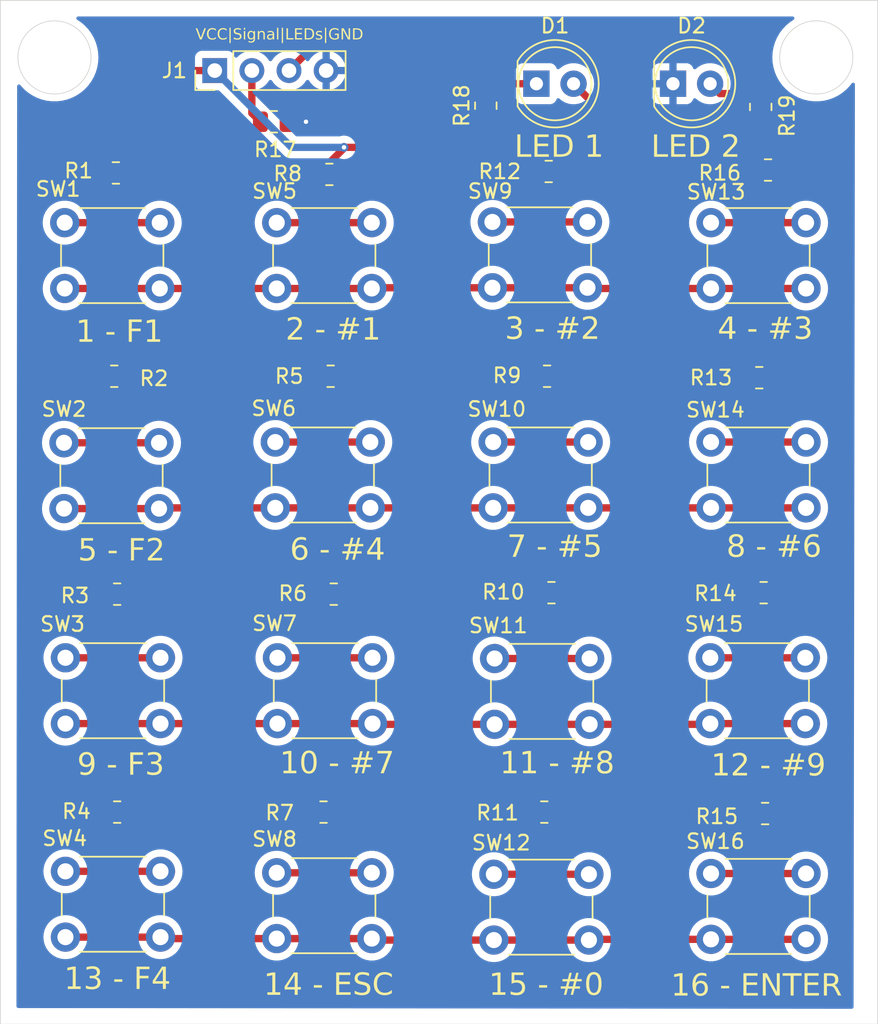
<source format=kicad_pcb>
(kicad_pcb (version 20240108) (generator "pcbnew") (generator_version "8.0")
  (layers (0 "F.Cu" signal) (31 "B.Cu" signal) (34 "B.Paste" user) (35 "F.Paste" user) (36 "B.SilkS" user "B.Silkscreen") (37 "F.SilkS" user "F.Silkscreen") (38 "B.Mask" user) (39 "F.Mask" user) (44 "Edge.Cuts" user))
  (net 0 "")
  (net 1 "VCC")
  (net 2 "Net-(D1-K)")
  (net 3 "GND")
  (net 4 "Net-(D2-A)")
  (net 5 "Signal")
  (net 6 "LEDs")
  (net 7 "Net-(R1-Pad2)")
  (net 8 "Net-(R2-Pad2)")
  (net 9 "Net-(R3-Pad2)")
  (net 10 "Net-(R4-Pad2)")
  (net 11 "Net-(R5-Pad2)")
  (net 12 "Net-(R6-Pad2)")
  (net 13 "Net-(R7-Pad2)")
  (net 14 "Net-(R8-Pad2)")
  (net 15 "Net-(R9-Pad2)")
  (net 16 "Net-(R10-Pad2)")
  (net 17 "Net-(R11-Pad2)")
  (net 18 "Net-(R12-Pad2)")
  (net 19 "Net-(R13-Pad2)")
  (net 20 "Net-(R14-Pad2)")
  (net 21 "Net-(R15-Pad2)")
  (net 22 "Net-(R16-Pad2)")
  (footprint "Button_Switch_THT:SW_PUSH_6mm" (layer "F.Cu") (at 98.8 49.6)
    (property "Reference" "SW1" (at -0.45 -2.3 0) (layer "F.SilkS"))
    (property "Value" "SW_Push_Dual" (hide yes))
    (fp_line (start -0.25 1.5) (end -0.25 3) (stroke (width 0.12)) (layer "F.SilkS"))
    (fp_line (start 1 5.5) (end 5.5 5.5) (stroke (width 0.12)) (layer "F.SilkS"))
    (fp_line (start 5.5 -1) (end 1 -1) (stroke (width 0.12)) (layer "F.SilkS"))
    (fp_line (start 6.75 3) (end 6.75 1.5) (stroke (width 0.12)) (layer "F.SilkS"))
    (pad "1" thru_hole circle (at 0 0 90) (size 2 2) (drill 1.1) (layers "*.Cu" "*.Mask") (net 7 "Net-(R1-Pad2)"))
    (pad "1" thru_hole circle (at 6.5 0 90) (size 2 2) (drill 1.1) (layers "*.Cu" "*.Mask") (net 7 "Net-(R1-Pad2)"))
    (pad "2" thru_hole circle (at 0 4.5 90) (size 2 2) (drill 1.1) (layers "*.Cu" "*.Mask") (net 5 "Signal"))
    (pad "2" thru_hole circle (at 6.5 4.5 90) (size 2 2) (drill 1.1) (layers "*.Cu" "*.Mask") (net 5 "Signal"))
  )
  (footprint "Button_Switch_THT:SW_PUSH_6mm" (layer "F.Cu") (at 128.2 79.4)
    (property "Reference" "SW11" (at 0.25 -2.25 0) (layer "F.SilkS"))
    (property "Value" "SW_Push_Dual" (hide yes))
    (fp_line (start -0.25 1.5) (end -0.25 3) (stroke (width 0.12)) (layer "F.SilkS"))
    (fp_line (start 1 5.5) (end 5.5 5.5) (stroke (width 0.12)) (layer "F.SilkS"))
    (fp_line (start 5.5 -1) (end 1 -1) (stroke (width 0.12)) (layer "F.SilkS"))
    (fp_line (start 6.75 3) (end 6.75 1.5) (stroke (width 0.12)) (layer "F.SilkS"))
    (pad "1" thru_hole circle (at 0 0 90) (size 2 2) (drill 1.1) (layers "*.Cu" "*.Mask") (net 16 "Net-(R10-Pad2)"))
    (pad "1" thru_hole circle (at 6.5 0 90) (size 2 2) (drill 1.1) (layers "*.Cu" "*.Mask") (net 16 "Net-(R10-Pad2)"))
    (pad "2" thru_hole circle (at 0 4.5 90) (size 2 2) (drill 1.1) (layers "*.Cu" "*.Mask") (net 5 "Signal"))
    (pad "2" thru_hole circle (at 6.5 4.5 90) (size 2 2) (drill 1.1) (layers "*.Cu" "*.Mask") (net 5 "Signal"))
  )
  (footprint "Resistor_SMD:R_0805_2012Metric" (layer "F.Cu") (at 102.1875 60.1)
    (property "Reference" "R2" (at 2.7125 0.15 0) (layer "F.SilkS"))
    (property "Value" "10k" (hide yes))
    (fp_line (start -0.227064 -0.735) (end 0.227064 -0.735) (stroke (width 0.12)) (layer "F.SilkS"))
    (fp_line (start -0.227064 0.735) (end 0.227064 0.735) (stroke (width 0.12)) (layer "F.SilkS"))
    (pad "1" smd roundrect (at -0.9125 0) (size 1.025 1.4) (layers "F.Cu" "F.Paste" "F.Mask") (roundrect_rratio 0.243902) (net 1 "VCC"))
    (pad "2" smd roundrect (at 0.9125 0) (size 1.025 1.4) (layers "F.Cu" "F.Paste" "F.Mask") (roundrect_rratio 0.243902) (net 8 "Net-(R2-Pad2)"))
  )
  (footprint "Resistor_SMD:R_0805_2012Metric" (layer "F.Cu") (at 102.3875 75)
    (property "Reference" "R3" (at -2.8875 0.1 0) (layer "F.SilkS"))
    (property "Value" "39k" (hide yes))
    (fp_line (start -0.227064 -0.735) (end 0.227064 -0.735) (stroke (width 0.12)) (layer "F.SilkS"))
    (fp_line (start -0.227064 0.735) (end 0.227064 0.735) (stroke (width 0.12)) (layer "F.SilkS"))
    (pad "1" smd roundrect (at -0.9125 0) (size 1.025 1.4) (layers "F.Cu" "F.Paste" "F.Mask") (roundrect_rratio 0.243902) (net 1 "VCC"))
    (pad "2" smd roundrect (at 0.9125 0) (size 1.025 1.4) (layers "F.Cu" "F.Paste" "F.Mask") (roundrect_rratio 0.243902) (net 9 "Net-(R3-Pad2)"))
  )
  (footprint "Connector_PinHeader_2.54mm:PinHeader_1x04_P2.54mm_Vertical" (layer "F.Cu") (at 109.06 39.2 90)
    (property "Reference" "J1" (at 0 -2.76 0) (layer "F.SilkS"))
    (property "Value" "Conn_01x04_Pin" (hide yes))
    (fp_line (start -1.33 -1.33) (end 0 -1.33) (stroke (width 0.12)) (layer "F.SilkS"))
    (fp_line (start -1.33 0) (end -1.33 -1.33) (stroke (width 0.12)) (layer "F.SilkS"))
    (fp_line (start 1.33 1.27) (end 1.33 8.95) (stroke (width 0.12)) (layer "F.SilkS"))
    (fp_line (start -1.33 1.27) (end 1.33 1.27) (stroke (width 0.12)) (layer "F.SilkS"))
    (fp_line (start -1.33 1.27) (end -1.33 8.95) (stroke (width 0.12)) (layer "F.SilkS"))
    (fp_line (start -1.33 8.95) (end 1.33 8.95) (stroke (width 0.12)) (layer "F.SilkS"))
    (pad "1" thru_hole rect (at 0 0 90) (size 1.7 1.7) (drill 1) (layers "*.Cu" "*.Mask") (net 1 "VCC"))
    (pad "2" thru_hole oval (at 0 2.54 90) (size 1.7 1.7) (drill 1) (layers "*.Cu" "*.Mask") (net 5 "Signal"))
    (pad "3" thru_hole oval (at 0 5.08 90) (size 1.7 1.7) (drill 1) (layers "*.Cu" "*.Mask") (net 6 "LEDs"))
    (pad "4" thru_hole oval (at 0 7.62 90) (size 1.7 1.7) (drill 1) (layers "*.Cu" "*.Mask") (net 3 "GND"))
  )
  (footprint "Resistor_SMD:R_0805_2012Metric" (layer "F.Cu") (at 116.9 46.3)
    (property "Reference" "R8" (at -2.85 -0.05 0) (layer "F.SilkS"))
    (property "Value" "4k7" (hide yes))
    (fp_line (start -0.227064 -0.735) (end 0.227064 -0.735) (stroke (width 0.12)) (layer "F.SilkS"))
    (fp_line (start -0.227064 0.735) (end 0.227064 0.735) (stroke (width 0.12)) (layer "F.SilkS"))
    (pad "1" smd roundrect (at -0.9125 0) (size 1.025 1.4) (layers "F.Cu" "F.Paste" "F.Mask") (roundrect_rratio 0.243902) (net 1 "VCC"))
    (pad "2" smd roundrect (at 0.9125 0) (size 1.025 1.4) (layers "F.Cu" "F.Paste" "F.Mask") (roundrect_rratio 0.243902) (net 14 "Net-(R8-Pad2)"))
  )
  (footprint "Button_Switch_THT:SW_PUSH_6mm" (layer "F.Cu") (at 98.85 93.95)
    (property "Reference" "SW4" (at -0.05 -2.25 0) (layer "F.SilkS"))
    (property "Value" "SW_Push_Dual" (hide yes))
    (fp_line (start -0.25 1.5) (end -0.25 3) (stroke (width 0.12)) (layer "F.SilkS"))
    (fp_line (start 1 5.5) (end 5.5 5.5) (stroke (width 0.12)) (layer "F.SilkS"))
    (fp_line (start 5.5 -1) (end 1 -1) (stroke (width 0.12)) (layer "F.SilkS"))
    (fp_line (start 6.75 3) (end 6.75 1.5) (stroke (width 0.12)) (layer "F.SilkS"))
    (pad "1" thru_hole circle (at 0 0 90) (size 2 2) (drill 1.1) (layers "*.Cu" "*.Mask") (net 10 "Net-(R4-Pad2)"))
    (pad "1" thru_hole circle (at 6.5 0 90) (size 2 2) (drill 1.1) (layers "*.Cu" "*.Mask") (net 10 "Net-(R4-Pad2)"))
    (pad "2" thru_hole circle (at 0 4.5 90) (size 2 2) (drill 1.1) (layers "*.Cu" "*.Mask") (net 5 "Signal"))
    (pad "2" thru_hole circle (at 6.5 4.5 90) (size 2 2) (drill 1.1) (layers "*.Cu" "*.Mask") (net 5 "Signal"))
  )
  (footprint "Button_Switch_THT:SW_PUSH_6mm" (layer "F.Cu") (at 142.95 79.35)
    (property "Reference" "SW15" (at 0.25 -2.3 0) (layer "F.SilkS"))
    (property "Value" "SW_Push_Dual" (hide yes))
    (fp_line (start -0.25 1.5) (end -0.25 3) (stroke (width 0.12)) (layer "F.SilkS"))
    (fp_line (start 1 5.5) (end 5.5 5.5) (stroke (width 0.12)) (layer "F.SilkS"))
    (fp_line (start 5.5 -1) (end 1 -1) (stroke (width 0.12)) (layer "F.SilkS"))
    (fp_line (start 6.75 3) (end 6.75 1.5) (stroke (width 0.12)) (layer "F.SilkS"))
    (pad "1" thru_hole circle (at 0 0 90) (size 2 2) (drill 1.1) (layers "*.Cu" "*.Mask") (net 20 "Net-(R14-Pad2)"))
    (pad "1" thru_hole circle (at 6.5 0 90) (size 2 2) (drill 1.1) (layers "*.Cu" "*.Mask") (net 20 "Net-(R14-Pad2)"))
    (pad "2" thru_hole circle (at 0 4.5 90) (size 2 2) (drill 1.1) (layers "*.Cu" "*.Mask") (net 5 "Signal"))
    (pad "2" thru_hole circle (at 6.5 4.5 90) (size 2 2) (drill 1.1) (layers "*.Cu" "*.Mask") (net 5 "Signal"))
  )
  (footprint "Resistor_SMD:R_0805_2012Metric" (layer "F.Cu") (at 146.7 90)
    (property "Reference" "R15" (at -3.3 0.2 0) (layer "F.SilkS"))
    (property "Value" "133k" (hide yes))
    (fp_line (start -0.227064 -0.735) (end 0.227064 -0.735) (stroke (width 0.12)) (layer "F.SilkS"))
    (fp_line (start -0.227064 0.735) (end 0.227064 0.735) (stroke (width 0.12)) (layer "F.SilkS"))
    (pad "1" smd roundrect (at -0.9125 0) (size 1.025 1.4) (layers "F.Cu" "F.Paste" "F.Mask") (roundrect_rratio 0.243902) (net 1 "VCC"))
    (pad "2" smd roundrect (at 0.9125 0) (size 1.025 1.4) (layers "F.Cu" "F.Paste" "F.Mask") (roundrect_rratio 0.243902) (net 21 "Net-(R15-Pad2)"))
  )
  (footprint "LED_THT:LED_D5.0mm_Clear" (layer "F.Cu") (at 140.4 40.1)
    (property "Reference" "D2" (at 1.27 -3.96 0) (layer "F.SilkS"))
    (property "Value" "LED" (hide yes))
    (fp_line (start -1.29 -1.545) (end -1.29 1.545) (stroke (width 0.12)) (layer "F.SilkS"))
    (fp_arc (start -1.29 -1.54483) (mid 2.072002 -2.880433) (end 4.26 0.000462) (stroke (width 0.12)) (layer "F.SilkS"))
    (fp_arc (start 4.26 -0.000462) (mid 2.072002 2.880433) (end -1.29 1.54483) (stroke (width 0.12)) (layer "F.SilkS"))
    (fp_circle (center 1.27 0) (end 3.77 0) (stroke (width 0.12)) (fill none) (layer "F.SilkS"))
    (pad "1" thru_hole rect (at 0 0) (size 1.8 1.8) (drill 0.9) (layers "*.Cu" "*.Mask") (net 3 "GND"))
    (pad "2" thru_hole circle (at 2.54 0) (size 1.8 1.8) (drill 0.9) (layers "*.Cu" "*.Mask") (net 4 "Net-(D2-A)"))
  )
  (footprint "Button_Switch_THT:SW_PUSH_6mm" (layer "F.Cu") (at 113.35 79.35)
    (property "Reference" "SW7" (at -0.2 -2.35 0) (layer "F.SilkS"))
    (property "Value" "SW_Push_Dual" (hide yes))
    (fp_line (start -0.25 1.5) (end -0.25 3) (stroke (width 0.12)) (layer "F.SilkS"))
    (fp_line (start 1 5.5) (end 5.5 5.5) (stroke (width 0.12)) (layer "F.SilkS"))
    (fp_line (start 5.5 -1) (end 1 -1) (stroke (width 0.12)) (layer "F.SilkS"))
    (fp_line (start 6.75 3) (end 6.75 1.5) (stroke (width 0.12)) (layer "F.SilkS"))
    (pad "1" thru_hole circle (at 0 0 90) (size 2 2) (drill 1.1) (layers "*.Cu" "*.Mask") (net 12 "Net-(R6-Pad2)"))
    (pad "1" thru_hole circle (at 6.5 0 90) (size 2 2) (drill 1.1) (layers "*.Cu" "*.Mask") (net 12 "Net-(R6-Pad2)"))
    (pad "2" thru_hole circle (at 0 4.5 90) (size 2 2) (drill 1.1) (layers "*.Cu" "*.Mask") (net 5 "Signal"))
    (pad "2" thru_hole circle (at 6.5 4.5 90) (size 2 2) (drill 1.1) (layers "*.Cu" "*.Mask") (net 5 "Signal"))
  )
  (footprint "Resistor_SMD:R_0805_2012Metric" (layer "F.Cu") (at 146.6 74.9)
    (property "Reference" "R14" (at -3.3 0.05 0) (layer "F.SilkS"))
    (property "Value" "68k" (hide yes))
    (fp_line (start -0.227064 -0.735) (end 0.227064 -0.735) (stroke (width 0.12)) (layer "F.SilkS"))
    (fp_line (start -0.227064 0.735) (end 0.227064 0.735) (stroke (width 0.12)) (layer "F.SilkS"))
    (pad "1" smd roundrect (at -0.9125 0) (size 1.025 1.4) (layers "F.Cu" "F.Paste" "F.Mask") (roundrect_rratio 0.243902) (net 1 "VCC"))
    (pad "2" smd roundrect (at 0.9125 0) (size 1.025 1.4) (layers "F.Cu" "F.Paste" "F.Mask") (roundrect_rratio 0.243902) (net 20 "Net-(R14-Pad2)"))
  )
  (footprint "Resistor_SMD:R_0805_2012Metric" (layer "F.Cu") (at 116.9875 60.1 180)
    (property "Reference" "R5" (at 2.8375 0 180) (layer "F.SilkS"))
    (property "Value" "15k" (hide yes))
    (fp_line (start -0.227064 0.735) (end 0.227064 0.735) (stroke (width 0.12)) (layer "F.SilkS"))
    (fp_line (start -0.227064 -0.735) (end 0.227064 -0.735) (stroke (width 0.12)) (layer "F.SilkS"))
    (pad "1" smd roundrect (at -0.9125 0 180) (size 1.025 1.4) (layers "F.Cu" "F.Paste" "F.Mask") (roundrect_rratio 0.243902) (net 1 "VCC"))
    (pad "2" smd roundrect (at 0.9125 0 180) (size 1.025 1.4) (layers "F.Cu" "F.Paste" "F.Mask") (roundrect_rratio 0.243902) (net 11 "Net-(R5-Pad2)"))
  )
  (footprint "Button_Switch_THT:SW_PUSH_6mm" (layer "F.Cu") (at 143 49.6)
    (property "Reference" "SW13" (at 0.35 -2.1 0) (layer "F.SilkS"))
    (property "Value" "SW_Push_Dual" (hide yes))
    (fp_line (start -0.25 1.5) (end -0.25 3) (stroke (width 0.12)) (layer "F.SilkS"))
    (fp_line (start 1 5.5) (end 5.5 5.5) (stroke (width 0.12)) (layer "F.SilkS"))
    (fp_line (start 5.5 -1) (end 1 -1) (stroke (width 0.12)) (layer "F.SilkS"))
    (fp_line (start 6.75 3) (end 6.75 1.5) (stroke (width 0.12)) (layer "F.SilkS"))
    (pad "1" thru_hole circle (at 0 0 90) (size 2 2) (drill 1.1) (layers "*.Cu" "*.Mask") (net 22 "Net-(R16-Pad2)"))
    (pad "1" thru_hole circle (at 6.5 0 90) (size 2 2) (drill 1.1) (layers "*.Cu" "*.Mask") (net 22 "Net-(R16-Pad2)"))
    (pad "2" thru_hole circle (at 0 4.5 90) (size 2 2) (drill 1.1) (layers "*.Cu" "*.Mask") (net 5 "Signal"))
    (pad "2" thru_hole circle (at 6.5 4.5 90) (size 2 2) (drill 1.1) (layers "*.Cu" "*.Mask") (net 5 "Signal"))
  )
  (footprint "Resistor_SMD:R_0805_2012Metric" (layer "F.Cu") (at 116.5 89.9)
    (property "Reference" "R7" (at -3 0.05 0) (layer "F.SilkS"))
    (property "Value" "100k" (hide yes))
    (fp_line (start -0.227064 -0.735) (end 0.227064 -0.735) (stroke (width 0.12)) (layer "F.SilkS"))
    (fp_line (start -0.227064 0.735) (end 0.227064 0.735) (stroke (width 0.12)) (layer "F.SilkS"))
    (pad "1" smd roundrect (at -0.9125 0) (size 1.025 1.4) (layers "F.Cu" "F.Paste" "F.Mask") (roundrect_rratio 0.243902) (net 1 "VCC"))
    (pad "2" smd roundrect (at 0.9125 0) (size 1.025 1.4) (layers "F.Cu" "F.Paste" "F.Mask") (roundrect_rratio 0.243902) (net 13 "Net-(R7-Pad2)"))
  )
  (footprint "Button_Switch_THT:SW_PUSH_6mm" (layer "F.Cu") (at 128.15 94.15)
    (property "Reference" "SW12" (at 0.5 -2.15 0) (layer "F.SilkS"))
    (property "Value" "SW_Push_Dual" (hide yes))
    (fp_line (start -0.25 1.5) (end -0.25 3) (stroke (width 0.12)) (layer "F.SilkS"))
    (fp_line (start 1 5.5) (end 5.5 5.5) (stroke (width 0.12)) (layer "F.SilkS"))
    (fp_line (start 5.5 -1) (end 1 -1) (stroke (width 0.12)) (layer "F.SilkS"))
    (fp_line (start 6.75 3) (end 6.75 1.5) (stroke (width 0.12)) (layer "F.SilkS"))
    (pad "1" thru_hole circle (at 0 0 90) (size 2 2) (drill 1.1) (layers "*.Cu" "*.Mask") (net 17 "Net-(R11-Pad2)"))
    (pad "1" thru_hole circle (at 6.5 0 90) (size 2 2) (drill 1.1) (layers "*.Cu" "*.Mask") (net 17 "Net-(R11-Pad2)"))
    (pad "2" thru_hole circle (at 0 4.5 90) (size 2 2) (drill 1.1) (layers "*.Cu" "*.Mask") (net 5 "Signal"))
    (pad "2" thru_hole circle (at 6.5 4.5 90) (size 2 2) (drill 1.1) (layers "*.Cu" "*.Mask") (net 5 "Signal"))
  )
  (footprint "Resistor_SMD:R_0805_2012Metric" (layer "F.Cu") (at 146.4 41.6875 -90)
    (property "Reference" "R19" (at 0.6125 -1.8 90) (layer "F.SilkS"))
    (property "Value" "2k2" (hide yes))
    (fp_line (start -0.227064 0.735) (end 0.227064 0.735) (stroke (width 0.12)) (layer "F.SilkS"))
    (fp_line (start -0.227064 -0.735) (end 0.227064 -0.735) (stroke (width 0.12)) (layer "F.SilkS"))
    (pad "1" smd roundrect (at -0.9125 0 270) (size 1.025 1.4) (layers "F.Cu" "F.Paste" "F.Mask") (roundrect_rratio 0.243902) (net 4 "Net-(D2-A)"))
    (pad "2" smd roundrect (at 0.9125 0 270) (size 1.025 1.4) (layers "F.Cu" "F.Paste" "F.Mask") (roundrect_rratio 0.243902) (net 6 "LEDs"))
  )
  (footprint "Resistor_SMD:R_0805_2012Metric" (layer "F.Cu") (at 131.9 46.1)
    (property "Reference" "R12" (at -3.35 0 0) (layer "F.SilkS"))
    (property "Value" "6k8" (hide yes))
    (fp_line (start -0.227064 -0.735) (end 0.227064 -0.735) (stroke (width 0.12)) (layer "F.SilkS"))
    (fp_line (start -0.227064 0.735) (end 0.227064 0.735) (stroke (width 0.12)) (layer "F.SilkS"))
    (pad "1" smd roundrect (at -0.9125 0) (size 1.025 1.4) (layers "F.Cu" "F.Paste" "F.Mask") (roundrect_rratio 0.243902) (net 1 "VCC"))
    (pad "2" smd roundrect (at 0.9125 0) (size 1.025 1.4) (layers "F.Cu" "F.Paste" "F.Mask") (roundrect_rratio 0.243902) (net 18 "Net-(R12-Pad2)"))
  )
  (footprint "Button_Switch_THT:SW_PUSH_6mm" (layer "F.Cu") (at 98.85 79.35)
    (property "Reference" "SW3" (at -0.2 -2.3 0) (layer "F.SilkS"))
    (property "Value" "SW_Push_Dual" (hide yes))
    (fp_line (start -0.25 1.5) (end -0.25 3) (stroke (width 0.12)) (layer "F.SilkS"))
    (fp_line (start 1 5.5) (end 5.5 5.5) (stroke (width 0.12)) (layer "F.SilkS"))
    (fp_line (start 5.5 -1) (end 1 -1) (stroke (width 0.12)) (layer "F.SilkS"))
    (fp_line (start 6.75 3) (end 6.75 1.5) (stroke (width 0.12)) (layer "F.SilkS"))
    (pad "1" thru_hole circle (at 0 0 90) (size 2 2) (drill 1.1) (layers "*.Cu" "*.Mask") (net 9 "Net-(R3-Pad2)"))
    (pad "1" thru_hole circle (at 6.5 0 90) (size 2 2) (drill 1.1) (layers "*.Cu" "*.Mask") (net 9 "Net-(R3-Pad2)"))
    (pad "2" thru_hole circle (at 0 4.5 90) (size 2 2) (drill 1.1) (layers "*.Cu" "*.Mask") (net 5 "Signal"))
    (pad "2" thru_hole circle (at 6.5 4.5 90) (size 2 2) (drill 1.1) (layers "*.Cu" "*.Mask") (net 5 "Signal"))
  )
  (footprint "Button_Switch_THT:SW_PUSH_6mm" (layer "F.Cu") (at 128.1 64.6)
    (property "Reference" "SW10" (at 0.25 -2.25 0) (layer "F.SilkS"))
    (property "Value" "SW_Push_Dual" (hide yes))
    (fp_line (start -0.25 1.5) (end -0.25 3) (stroke (width 0.12)) (layer "F.SilkS"))
    (fp_line (start 1 5.5) (end 5.5 5.5) (stroke (width 0.12)) (layer "F.SilkS"))
    (fp_line (start 5.5 -1) (end 1 -1) (stroke (width 0.12)) (layer "F.SilkS"))
    (fp_line (start 6.75 3) (end 6.75 1.5) (stroke (width 0.12)) (layer "F.SilkS"))
    (pad "1" thru_hole circle (at 0 0 90) (size 2 2) (drill 1.1) (layers "*.Cu" "*.Mask") (net 15 "Net-(R9-Pad2)"))
    (pad "1" thru_hole circle (at 6.5 0 90) (size 2 2) (drill 1.1) (layers "*.Cu" "*.Mask") (net 15 "Net-(R9-Pad2)"))
    (pad "2" thru_hole circle (at 0 4.5 90) (size 2 2) (drill 1.1) (layers "*.Cu" "*.Mask") (net 5 "Signal"))
    (pad "2" thru_hole circle (at 6.5 4.5 90) (size 2 2) (drill 1.1) (layers "*.Cu" "*.Mask") (net 5 "Signal"))
  )
  (footprint "Resistor_SMD:R_0805_2012Metric" (layer "F.Cu") (at 113.1 42.7)
    (property "Reference" "R17" (at 0.1 1.9 0) (layer "F.SilkS"))
    (property "Value" "47k" (hide yes))
    (fp_line (start -0.227064 -0.735) (end 0.227064 -0.735) (stroke (width 0.12)) (layer "F.SilkS"))
    (fp_line (start -0.227064 0.735) (end 0.227064 0.735) (stroke (width 0.12)) (layer "F.SilkS"))
    (pad "1" smd roundrect (at -0.9125 0) (size 1.025 1.4) (layers "F.Cu" "F.Paste" "F.Mask") (roundrect_rratio 0.243902) (net 5 "Signal"))
    (pad "2" smd roundrect (at 0.9125 0) (size 1.025 1.4) (layers "F.Cu" "F.Paste" "F.Mask") (roundrect_rratio 0.243902) (net 3 "GND"))
  )
  (footprint "Button_Switch_THT:SW_PUSH_6mm" (layer "F.Cu") (at 113.2 64.6)
    (property "Reference" "SW6" (at -0.1 -2.3 0) (layer "F.SilkS"))
    (property "Value" "SW_Push_Dual" (hide yes))
    (fp_line (start -0.25 1.5) (end -0.25 3) (stroke (width 0.12)) (layer "F.SilkS"))
    (fp_line (start 1 5.5) (end 5.5 5.5) (stroke (width 0.12)) (layer "F.SilkS"))
    (fp_line (start 5.5 -1) (end 1 -1) (stroke (width 0.12)) (layer "F.SilkS"))
    (fp_line (start 6.75 3) (end 6.75 1.5) (stroke (width 0.12)) (layer "F.SilkS"))
    (pad "1" thru_hole circle (at 0 0 90) (size 2 2) (drill 1.1) (layers "*.Cu" "*.Mask") (net 11 "Net-(R5-Pad2)"))
    (pad "1" thru_hole circle (at 6.5 0 90) (size 2 2) (drill 1.1) (layers "*.Cu" "*.Mask") (net 11 "Net-(R5-Pad2)"))
    (pad "2" thru_hole circle (at 0 4.5 90) (size 2 2) (drill 1.1) (layers "*.Cu" "*.Mask") (net 5 "Signal"))
    (pad "2" thru_hole circle (at 6.5 4.5 90) (size 2 2) (drill 1.1) (layers "*.Cu" "*.Mask") (net 5 "Signal"))
  )
  (footprint "Button_Switch_THT:SW_PUSH_6mm" (layer "F.Cu") (at 98.75 64.65)
    (property "Reference" "SW2" (at 0 -2.3 0) (layer "F.SilkS"))
    (property "Value" "SW_Push_Dual" (hide yes))
    (fp_line (start -0.25 1.5) (end -0.25 3) (stroke (width 0.12)) (layer "F.SilkS"))
    (fp_line (start 1 5.5) (end 5.5 5.5) (stroke (width 0.12)) (layer "F.SilkS"))
    (fp_line (start 5.5 -1) (end 1 -1) (stroke (width 0.12)) (layer "F.SilkS"))
    (fp_line (start 6.75 3) (end 6.75 1.5) (stroke (width 0.12)) (layer "F.SilkS"))
    (pad "1" thru_hole circle (at 0 0 90) (size 2 2) (drill 1.1) (layers "*.Cu" "*.Mask") (net 8 "Net-(R2-Pad2)"))
    (pad "1" thru_hole circle (at 6.5 0 90) (size 2 2) (drill 1.1) (layers "*.Cu" "*.Mask") (net 8 "Net-(R2-Pad2)"))
    (pad "2" thru_hole circle (at 0 4.5 90) (size 2 2) (drill 1.1) (layers "*.Cu" "*.Mask") (net 5 "Signal"))
    (pad "2" thru_hole circle (at 6.5 4.5 90) (size 2 2) (drill 1.1) (layers "*.Cu" "*.Mask") (net 5 "Signal"))
  )
  (footprint "Button_Switch_THT:SW_PUSH_6mm" (layer "F.Cu") (at 128.05 49.55)
    (property "Reference" "SW9" (at -0.15 -2.1 0) (layer "F.SilkS"))
    (property "Value" "SW_Push_Dual" (hide yes))
    (fp_line (start -0.25 1.5) (end -0.25 3) (stroke (width 0.12)) (layer "F.SilkS"))
    (fp_line (start 1 5.5) (end 5.5 5.5) (stroke (width 0.12)) (layer "F.SilkS"))
    (fp_line (start 5.5 -1) (end 1 -1) (stroke (width 0.12)) (layer "F.SilkS"))
    (fp_line (start 6.75 3) (end 6.75 1.5) (stroke (width 0.12)) (layer "F.SilkS"))
    (pad "1" thru_hole circle (at 0 0 90) (size 2 2) (drill 1.1) (layers "*.Cu" "*.Mask") (net 18 "Net-(R12-Pad2)"))
    (pad "1" thru_hole circle (at 6.5 0 90) (size 2 2) (drill 1.1) (layers "*.Cu" "*.Mask") (net 18 "Net-(R12-Pad2)"))
    (pad "2" thru_hole circle (at 0 4.5 90) (size 2 2) (drill 1.1) (layers "*.Cu" "*.Mask") (net 5 "Signal"))
    (pad "2" thru_hole circle (at 6.5 4.5 90) (size 2 2) (drill 1.1) (layers "*.Cu" "*.Mask") (net 5 "Signal"))
  )
  (footprint "Button_Switch_THT:SW_PUSH_6mm" (layer "F.Cu") (at 143 94.1)
    (property "Reference" "SW16" (at 0.3 -2.2 0) (layer "F.SilkS"))
    (property "Value" "SW_Push_Dual" (hide yes))
    (fp_line (start -0.25 1.5) (end -0.25 3) (stroke (width 0.12)) (layer "F.SilkS"))
    (fp_line (start 1 5.5) (end 5.5 5.5) (stroke (width 0.12)) (layer "F.SilkS"))
    (fp_line (start 5.5 -1) (end 1 -1) (stroke (width 0.12)) (layer "F.SilkS"))
    (fp_line (start 6.75 3) (end 6.75 1.5) (stroke (width 0.12)) (layer "F.SilkS"))
    (pad "1" thru_hole circle (at 0 0 90) (size 2 2) (drill 1.1) (layers "*.Cu" "*.Mask") (net 21 "Net-(R15-Pad2)"))
    (pad "1" thru_hole circle (at 6.5 0 90) (size 2 2) (drill 1.1) (layers "*.Cu" "*.Mask") (net 21 "Net-(R15-Pad2)"))
    (pad "2" thru_hole circle (at 0 4.5 90) (size 2 2) (drill 1.1) (layers "*.Cu" "*.Mask") (net 5 "Signal"))
    (pad "2" thru_hole circle (at 6.5 4.5 90) (size 2 2) (drill 1.1) (layers "*.Cu" "*.Mask") (net 5 "Signal"))
  )
  (footprint "Resistor_SMD:R_0805_2012Metric" (layer "F.Cu") (at 132.0875 74.9)
    (property "Reference" "R10" (at -3.2875 -0.05 0) (layer "F.SilkS"))
    (property "Value" "56k" (hide yes))
    (fp_line (start -0.227064 -0.735) (end 0.227064 -0.735) (stroke (width 0.12)) (layer "F.SilkS"))
    (fp_line (start -0.227064 0.735) (end 0.227064 0.735) (stroke (width 0.12)) (layer "F.SilkS"))
    (pad "1" smd roundrect (at -0.9125 0) (size 1.025 1.4) (layers "F.Cu" "F.Paste" "F.Mask") (roundrect_rratio 0.243902) (net 1 "VCC"))
    (pad "2" smd roundrect (at 0.9125 0) (size 1.025 1.4) (layers "F.Cu" "F.Paste" "F.Mask") (roundrect_rratio 0.243902) (net 16 "Net-(R10-Pad2)"))
  )
  (footprint "Resistor_SMD:R_0805_2012Metric" (layer "F.Cu") (at 117.2 75)
    (property "Reference" "R6" (at -2.8 -0.05 0) (layer "F.SilkS"))
    (property "Value" "47k" (hide yes))
    (fp_line (start -0.227064 -0.735) (end 0.227064 -0.735) (stroke (width 0.12)) (layer "F.SilkS"))
    (fp_line (start -0.227064 0.735) (end 0.227064 0.735) (stroke (width 0.12)) (layer "F.SilkS"))
    (pad "1" smd roundrect (at -0.9125 0) (size 1.025 1.4) (layers "F.Cu" "F.Paste" "F.Mask") (roundrect_rratio 0.243902) (net 1 "VCC"))
    (pad "2" smd roundrect (at 0.9125 0) (size 1.025 1.4) (layers "F.Cu" "F.Paste" "F.Mask") (roundrect_rratio 0.243902) (net 12 "Net-(R6-Pad2)"))
  )
  (footprint "Resistor_SMD:R_0805_2012Metric" (layer "F.Cu") (at 102.3875 89.9)
    (property "Reference" "R4" (at -2.7875 -0.05 0) (layer "F.SilkS"))
    (property "Value" "82k" (hide yes))
    (fp_line (start -0.227064 -0.735) (end 0.227064 -0.735) (stroke (width 0.12)) (layer "F.SilkS"))
    (fp_line (start -0.227064 0.735) (end 0.227064 0.735) (stroke (width 0.12)) (layer "F.SilkS"))
    (pad "1" smd roundrect (at -0.9125 0) (size 1.025 1.4) (layers "F.Cu" "F.Paste" "F.Mask") (roundrect_rratio 0.243902) (net 1 "VCC"))
    (pad "2" smd roundrect (at 0.9125 0) (size 1.025 1.4) (layers "F.Cu" "F.Paste" "F.Mask") (roundrect_rratio 0.243902) (net 10 "Net-(R4-Pad2)"))
  )
  (footprint "Button_Switch_THT:SW_PUSH_6mm" (layer "F.Cu") (at 143 64.6)
    (property "Reference" "SW14" (at 0.3 -2.2 0) (layer "F.SilkS"))
    (property "Value" "SW_Push_Dual" (hide yes))
    (fp_line (start -0.25 1.5) (end -0.25 3) (stroke (width 0.12)) (layer "F.SilkS"))
    (fp_line (start 1 5.5) (end 5.5 5.5) (stroke (width 0.12)) (layer "F.SilkS"))
    (fp_line (start 5.5 -1) (end 1 -1) (stroke (width 0.12)) (layer "F.SilkS"))
    (fp_line (start 6.75 3) (end 6.75 1.5) (stroke (width 0.12)) (layer "F.SilkS"))
    (pad "1" thru_hole circle (at 0 0 90) (size 2 2) (drill 1.1) (layers "*.Cu" "*.Mask") (net 19 "Net-(R13-Pad2)"))
    (pad "1" thru_hole circle (at 6.5 0 90) (size 2 2) (drill 1.1) (layers "*.Cu" "*.Mask") (net 19 "Net-(R13-Pad2)"))
    (pad "2" thru_hole circle (at 0 4.5 90) (size 2 2) (drill 1.1) (layers "*.Cu" "*.Mask") (net 5 "Signal"))
    (pad "2" thru_hole circle (at 6.5 4.5 90) (size 2 2) (drill 1.1) (layers "*.Cu" "*.Mask") (net 5 "Signal"))
  )
  (footprint "Resistor_SMD:R_0805_2012Metric" (layer "F.Cu") (at 131.7875 60.1)
    (property "Reference" "R9" (at -2.7375 -0.05 0) (layer "F.SilkS"))
    (property "Value" "22k" (hide yes))
    (fp_line (start -0.227064 -0.735) (end 0.227064 -0.735) (stroke (width 0.12)) (layer "F.SilkS"))
    (fp_line (start -0.227064 0.735) (end 0.227064 0.735) (stroke (width 0.12)) (layer "F.SilkS"))
    (pad "1" smd roundrect (at -0.9125 0) (size 1.025 1.4) (layers "F.Cu" "F.Paste" "F.Mask") (roundrect_rratio 0.243902) (net 1 "VCC"))
    (pad "2" smd roundrect (at 0.9125 0) (size 1.025 1.4) (layers "F.Cu" "F.Paste" "F.Mask") (roundrect_rratio 0.243902) (net 15 "Net-(R9-Pad2)"))
  )
  (footprint "Button_Switch_THT:SW_PUSH_6mm" (layer "F.Cu") (at 113.3 49.6)
    (property "Reference" "SW5" (at -0.15 -2.15 0) (layer "F.SilkS"))
    (property "Value" "SW_Push_Dual" (hide yes))
    (fp_line (start -0.25 1.5) (end -0.25 3) (stroke (width 0.12)) (layer "F.SilkS"))
    (fp_line (start 1 5.5) (end 5.5 5.5) (stroke (width 0.12)) (layer "F.SilkS"))
    (fp_line (start 5.5 -1) (end 1 -1) (stroke (width 0.12)) (layer "F.SilkS"))
    (fp_line (start 6.75 3) (end 6.75 1.5) (stroke (width 0.12)) (layer "F.SilkS"))
    (pad "1" thru_hole circle (at 0 0 90) (size 2 2) (drill 1.1) (layers "*.Cu" "*.Mask") (net 14 "Net-(R8-Pad2)"))
    (pad "1" thru_hole circle (at 6.5 0 90) (size 2 2) (drill 1.1) (layers "*.Cu" "*.Mask") (net 14 "Net-(R8-Pad2)"))
    (pad "2" thru_hole circle (at 0 4.5 90) (size 2 2) (drill 1.1) (layers "*.Cu" "*.Mask") (net 5 "Signal"))
    (pad "2" thru_hole circle (at 6.5 4.5 90) (size 2 2) (drill 1.1) (layers "*.Cu" "*.Mask") (net 5 "Signal"))
  )
  (footprint "LED_THT:LED_D5.0mm_Clear" (layer "F.Cu") (at 131.06 40.1)
    (property "Reference" "D1" (at 1.27 -3.96 0) (layer "F.SilkS"))
    (property "Value" "LED" (hide yes))
    (fp_line (start -1.29 -1.545) (end -1.29 1.545) (stroke (width 0.12)) (layer "F.SilkS"))
    (fp_arc (start -1.29 -1.54483) (mid 2.072002 -2.880433) (end 4.26 0.000462) (stroke (width 0.12)) (layer "F.SilkS"))
    (fp_arc (start 4.26 -0.000462) (mid 2.072002 2.880433) (end -1.29 1.54483) (stroke (width 0.12)) (layer "F.SilkS"))
    (fp_circle (center 1.27 0) (end 3.77 0) (stroke (width 0.12)) (fill none) (layer "F.SilkS"))
    (pad "1" thru_hole rect (at 0 0) (size 1.8 1.8) (drill 0.9) (layers "*.Cu" "*.Mask") (net 2 "Net-(D1-K)"))
    (pad "2" thru_hole circle (at 2.54 0) (size 1.8 1.8) (drill 0.9) (layers "*.Cu" "*.Mask") (net 1 "VCC"))
  )
  (footprint "Resistor_SMD:R_0805_2012Metric" (layer "F.Cu") (at 146.9 46)
    (property "Reference" "R16" (at -3.3 0.2 0) (layer "F.SilkS"))
    (property "Value" "8k2" (hide yes))
    (fp_line (start -0.227064 -0.735) (end 0.227064 -0.735) (stroke (width 0.12)) (layer "F.SilkS"))
    (fp_line (start -0.227064 0.735) (end 0.227064 0.735) (stroke (width 0.12)) (layer "F.SilkS"))
    (pad "1" smd roundrect (at -0.9125 0) (size 1.025 1.4) (layers "F.Cu" "F.Paste" "F.Mask") (roundrect_rratio 0.243902) (net 1 "VCC"))
    (pad "2" smd roundrect (at 0.9125 0) (size 1.025 1.4) (layers "F.Cu" "F.Paste" "F.Mask") (roundrect_rratio 0.243902) (net 22 "Net-(R16-Pad2)"))
  )
  (footprint "Resistor_SMD:R_0805_2012Metric" (layer "F.Cu") (at 131.6 89.9)
    (property "Reference" "R11" (at -3.2 0.05 0) (layer "F.SilkS"))
    (property "Value" "120k" (hide yes))
    (fp_line (start -0.227064 -0.735) (end 0.227064 -0.735) (stroke (width 0.12)) (layer "F.SilkS"))
    (fp_line (start -0.227064 0.735) (end 0.227064 0.735) (stroke (width 0.12)) (layer "F.SilkS"))
    (pad "1" smd roundrect (at -0.9125 0) (size 1.025 1.4) (layers "F.Cu" "F.Paste" "F.Mask") (roundrect_rratio 0.243902) (net 1 "VCC"))
    (pad "2" smd roundrect (at 0.9125 0) (size 1.025 1.4) (layers "F.Cu" "F.Paste" "F.Mask") (roundrect_rratio 0.243902) (net 17 "Net-(R11-Pad2)"))
  )
  (footprint "Resistor_SMD:R_0805_2012Metric" (layer "F.Cu") (at 102.3 46.2)
    (property "Reference" "R1" (at -2.55 -0.15 0) (layer "F.SilkS"))
    (property "Value" "2k7" (hide yes))
    (fp_line (start -0.227064 -0.735) (end 0.227064 -0.735) (stroke (width 0.12)) (layer "F.SilkS"))
    (fp_line (start -0.227064 0.735) (end 0.227064 0.735) (stroke (width 0.12)) (layer "F.SilkS"))
    (pad "1" smd roundrect (at -0.9125 0) (size 1.025 1.4) (layers "F.Cu" "F.Paste" "F.Mask") (roundrect_rratio 0.243902) (net 1 "VCC"))
    (pad "2" smd roundrect (at 0.9125 0) (size 1.025 1.4) (layers "F.Cu" "F.Paste" "F.Mask") (roundrect_rratio 0.243902) (net 7 "Net-(R1-Pad2)"))
  )
  (footprint "Resistor_SMD:R_0805_2012Metric" (layer "F.Cu") (at 127.6 41.6 90)
    (property "Reference" "R18" (at 0 -1.65 -90) (layer "F.SilkS"))
    (property "Value" "2k2" (hide yes))
    (fp_line (start -0.227064 -0.735) (end 0.227064 -0.735) (stroke (width 0.12)) (layer "F.SilkS"))
    (fp_line (start -0.227064 0.735) (end 0.227064 0.735) (stroke (width 0.12)) (layer "F.SilkS"))
    (pad "1" smd roundrect (at -0.9125 0 90) (size 1.025 1.4) (layers "F.Cu" "F.Paste" "F.Mask") (roundrect_rratio 0.243902) (net 6 "LEDs"))
    (pad "2" smd roundrect (at 0.9125 0 90) (size 1.025 1.4) (layers "F.Cu" "F.Paste" "F.Mask") (roundrect_rratio 0.243902) (net 2 "Net-(D1-K)"))
  )
  (footprint "Resistor_SMD:R_0805_2012Metric" (layer "F.Cu") (at 146.3 60.2)
    (property "Reference" "R13" (at -3.3 0 0) (layer "F.SilkS"))
    (property "Value" "33k" (hide yes))
    (fp_line (start -0.227064 -0.735) (end 0.227064 -0.735) (stroke (width 0.12)) (layer "F.SilkS"))
    (fp_line (start -0.227064 0.735) (end 0.227064 0.735) (stroke (width 0.12)) (layer "F.SilkS"))
    (pad "1" smd roundrect (at -0.9125 0) (size 1.025 1.4) (layers "F.Cu" "F.Paste" "F.Mask") (roundrect_rratio 0.243902) (net 1 "VCC"))
    (pad "2" smd roundrect (at 0.9125 0) (size 1.025 1.4) (layers "F.Cu" "F.Paste" "F.Mask") (roundrect_rratio 0.243902) (net 19 "Net-(R13-Pad2)"))
  )
  (footprint "Button_Switch_THT:SW_PUSH_6mm" (layer "F.Cu") (at 113.3 94.05)
    (property "Reference" "SW8" (at -0.15 -2.3 0) (layer "F.SilkS"))
    (property "Value" "SW_Push_Dual" (hide yes))
    (fp_line (start -0.25 1.5) (end -0.25 3) (stroke (width 0.12)) (layer "F.SilkS"))
    (fp_line (start 1 5.5) (end 5.5 5.5) (stroke (width 0.12)) (layer "F.SilkS"))
    (fp_line (start 5.5 -1) (end 1 -1) (stroke (width 0.12)) (layer "F.SilkS"))
    (fp_line (start 6.75 3) (end 6.75 1.5) (stroke (width 0.12)) (layer "F.SilkS"))
    (pad "1" thru_hole circle (at 0 0 90) (size 2 2) (drill 1.1) (layers "*.Cu" "*.Mask") (net 13 "Net-(R7-Pad2)"))
    (pad "1" thru_hole circle (at 6.5 0 90) (size 2 2) (drill 1.1) (layers "*.Cu" "*.Mask") (net 13 "Net-(R7-Pad2)"))
    (pad "2" thru_hole circle (at 0 4.5 90) (size 2 2) (drill 1.1) (layers "*.Cu" "*.Mask") (net 5 "Signal"))
    (pad "2" thru_hole circle (at 6.5 4.5 90) (size 2 2) (drill 1.1) (layers "*.Cu" "*.Mask") (net 5 "Signal"))
  )
  (gr_circle (center 98.1 38.3) (end 100.6 38.3) (stroke (width 0.05)) (fill none) (layer "Edge.Cuts"))
  (gr_circle (center 150.2 38.3) (end 152.7 38.3) (stroke (width 0.05)) (fill none) (layer "Edge.Cuts"))
  (gr_rect (start 94.4 34.4) (end 154.4 104.4) (stroke (width 0.05)) (fill none) (layer "Edge.Cuts"))
  (gr_text "VCC|Signal|LEDs|GND" (at 107.75 37.2 0) (layer "F.SilkS") (effects (font (size 0.75 0.75) (thickness 0.125)) (justify left bottom)))
  (gr_text "9 - F3" (at 99.65 87.6 0) (layer "F.SilkS") (effects (font (size 1.5 1.5) (thickness 0.1875)) (justify left bottom)))
  (gr_text "2 - #1" (at 113.9 57.85 0) (layer "F.SilkS") (effects (font (size 1.5 1.5) (thickness 0.1875)) (justify left bottom)))
  (gr_text "14 - ESC" (at 112.4 102.65 0) (layer "F.SilkS") (effects (font (size 1.5 1.5) (thickness 0.1875)) (justify left bottom)))
  (gr_text "LED 2" (at 138.9 45.35 0) (layer "F.SilkS") (effects (font (size 1.5 1.5) (thickness 0.1875)) (justify left bottom)))
  (gr_text "6 - #4" (at 114.2 72.9 0) (layer "F.SilkS") (effects (font (size 1.5 1.5) (thickness 0.1875)) (justify left bottom)))
  (gr_text "3 - #2" (at 128.9 57.8 0) (layer "F.SilkS") (effects (font (size 1.5 1.5) (thickness 0.1875)) (justify left bottom)))
  (gr_text "4 - #3" (at 143.45 57.8 0) (layer "F.SilkS") (effects (font (size 1.5 1.5) (thickness 0.1875)) (justify left bottom)))
  (gr_text "8 - #6" (at 144.05 72.7 0) (layer "F.SilkS") (effects (font (size 1.5 1.5) (thickness 0.1875)) (justify left bottom)))
  (gr_text "LED 1" (at 129.55 45.35 0) (layer "F.SilkS") (effects (font (size 1.5 1.5) (thickness 0.1875)) (justify left bottom)))
  (gr_text "10 - #7" (at 113.5 87.5 0) (layer "F.SilkS") (effects (font (size 1.5 1.5) (thickness 0.1875)) (justify left bottom)))
  (gr_text "15 - #0" (at 127.8 102.65 0) (layer "F.SilkS") (effects (font (size 1.5 1.5) (thickness 0.1875)) (justify left bottom)))
  (gr_text "16 - ENTER" (at 140.25 102.7 0) (layer "F.SilkS") (effects (font (size 1.5 1.5) (thickness 0.1875)) (justify left bottom)))
  (gr_text "1 - F1" (at 99.55 58 0) (layer "F.SilkS") (effects (font (size 1.5 1.5) (thickness 0.1875)) (justify left bottom)))
  (gr_text "7 - #5" (at 129.05 72.7 0) (layer "F.SilkS") (effects (font (size 1.5 1.5) (thickness 0.1875)) (justify left bottom)))
  (gr_text "5 - F2" (at 99.7 72.95 0) (layer "F.SilkS") (effects (font (size 1.5 1.5) (thickness 0.1875)) (justify left bottom)))
  (gr_text "13 - F4" (at 98.75 102.25 0) (layer "F.SilkS") (effects (font (size 1.5 1.5) (thickness 0.1875)) (justify left bottom)))
  (gr_text "12 - #9" (at 143 87.65 0) (layer "F.SilkS") (effects (font (size 1.5 1.5) (thickness 0.1875)) (justify left bottom)))
  (gr_text "11 - #8" (at 128.55 87.5 0) (layer "F.SilkS") (effects (font (size 1.5 1.5) (thickness 0.1875)) (justify left bottom)))
  (segment (start 117.9 44.503122) (end 117.9 44.45) (width 0.5) (layer "F.Cu") (net 1))
  (segment (start 101.275 60.1) (end 96.8 60.1) (width 0.5) (layer "F.Cu") (net 1))
  (segment (start 152.05 71.65) (end 152.05 70.6) (width 0.5) (layer "F.Cu") (net 1))
  (segment (start 152.05 55.45) (end 152.05 45.9) (width 0.5) (layer "F.Cu") (net 1))
  (segment (start 115.5875 89.5125) (end 117.8 87.3) (width 0.5) (layer "F.Cu") (net 1))
  (segment (start 96.8 48) (end 98.6 46.2) (width 0.5) (layer "F.Cu") (net 1))
  (segment (start 152 55.95) (end 152.05 55.9) (width 0.5) (layer "F.Cu") (net 1))
  (segment (start 142.8 46) (end 142.5 46) (width 0.5) (layer "F.Cu") (net 1))
  (segment (start 130.6875 89.9) (end 130.6875 87.3375) (width 0.5) (layer "F.Cu") (net 1))
  (segment (start 117.8 87.3) (end 130.65 87.3) (width 0.5) (layer "F.Cu") (net 1))
  (segment (start 105.05 39.2) (end 101.3875 42.8625) (width 0.5) (layer "F.Cu") (net 1))
  (segment (start 96.8 86.8) (end 96.8 74.95) (width 0.5) (layer "F.Cu") (net 1))
  (segment (start 130.875 58.925) (end 132.1 57.7) (width 0.5) (layer "F.Cu") (net 1))
  (segment (start 133 57.7) (end 144.1 57.7) (width 0.5) (layer "F.Cu") (net 1))
  (segment (start 131.175 72.675) (end 131.2 72.65) (width 0.5) (layer "F.Cu") (net 1))
  (segment (start 116.2875 75) (end 116.2875 74.2125) (width 0.5) (layer "F.Cu") (net 1))
  (segment (start 98.6 46.2) (end 101.3875 46.2) (width 0.5) (layer "F.Cu") (net 1))
  (segment (start 117.953122 44.45) (end 117.953122 44.45) (width 0.5) (layer "F.Cu") (net 1))
  (segment (start 143.0875 87.3) (end 145.7875 90) (width 0.5) (layer "F.Cu") (net 1))
  (segment (start 139.5 46) (end 142.5 46) (width 0.5) (layer "F.Cu") (net 1))
  (segment (start 145.3875 58.9875) (end 145.3875 60.2) (width 0.5) (layer "F.Cu") (net 1))
  (segment (start 152.05 70.6) (end 152.05 55.45) (width 0.5) (layer "F.Cu") (net 1))
  (segment (start 151.05 72.65) (end 152.05 71.65) (width 0.5) (layer "F.Cu") (net 1))
  (segment (start 131.2 72.65) (end 143.4375 72.65) (width 0.5) (layer "F.Cu") (net 1))
  (segment (start 96.8 60.1) (end 96.8 48) (width 0.5) (layer "F.Cu") (net 1))
  (segment (start 132.6375 44.45) (end 133.7 44.45) (width 0.5) (layer "F.Cu") (net 1))
  (segment (start 150.65 44.5) (end 144.3 44.5) (width 0.5) (layer "F.Cu") (net 1))
  (segment (start 96.8 74.95) (end 96.8 60.1) (width 0.5) (layer "F.Cu") (net 1))
  (segment (start 144.1 57.7) (end 150.25 57.7) (width 0.5) (layer "F.Cu") (net 1))
  (segment (start 152.05 55.9) (end 152.05 55.45) (width 0.5) (layer "F.Cu") (net 1))
  (segment (start 130.875 60.1) (end 130.875 58.925) (width 0.5) (layer "F.Cu") (net 1))
  (segment (start 99.9 89.9) (end 96.8 86.8) (width 0.5) (layer "F.Cu") (net 1))
  (segment (start 115.5875 89.9) (end 115.5875 89.5125) (width 0.5) (layer "F.Cu") (net 1))
  (segment (start 132.1 57.7) (end 133 57.7) (width 0.5) (layer "F.Cu") (net 1))
  (segment (start 133.7 44.45) (end 137.95 44.45) (width 0.5) (layer "F.Cu") (net 1))
  (segment (start 116.2875 74.2125) (end 117.85 72.65) (width 0.5) (layer "F.Cu") (net 1))
  (segment (start 116.103122 46.3) (end 117.9 44.503122) (width 0.5) (layer "F.Cu") (net 1))
  (segment (start 144.3 44.5) (end 142.8 46) (width 0.5) (layer "F.Cu") (net 1))
  (segment (start 115.9875 46.3) (end 116.103122 46.3) (width 0.5) (layer "F.Cu") (net 1))
  (segment (start 119.4 57.7) (end 133 57.7) (width 0.5) (layer "F.Cu") (net 1))
  (segment (start 151.15 87.3) (end 152.05 86.4) (width 0.5) (layer "F.Cu") (net 1))
  (segment (start 130.9875 46.1) (end 132.6375 44.45) (width 0.5) (layer "F.Cu") (net 1))
  (segment (start 109.06 39.2) (end 105.05 39.2) (width 0.5) (layer "F.Cu") (net 1))
  (segment (start 143.4375 72.65) (end 151.05 72.65) (width 0.5) (layer "F.Cu") (net 1))
  (segment (start 133.6 40.1) (end 137.95 44.45) (width 0.5) (layer "F.Cu") (net 1))
  (segment (start 131.175 74.9) (end 131.175 72.675) (width 0.5) (layer "F.Cu") (net 1))
  (segment (start 143.0875 87.3) (end 151.15 87.3) (width 0.5) (layer "F.Cu") (net 1))
  (segment (start 152.05 45.9) (end 150.65 44.5) (width 0.5) (layer "F.Cu") (net 1))
  (segment (start 143.4375 72.65) (end 145.6875 74.9) (width 0.5) (layer "F.Cu") (net 1))
  (segment (start 101.3875 42.8625) (end 101.3875 46.2) (width 0.5) (layer "F.Cu") (net 1))
  (segment (start 130.6875 87.3375) (end 130.65 87.3) (width 0.5) (layer "F.Cu") (net 1))
  (segment (start 101.475 75) (end 96.85 75) (width 0.5) (layer "F.Cu") (net 1))
  (segment (start 142.5 46) (end 145.9875 46) (width 0.5) (layer "F.Cu") (net 1))
  (segment (start 152.05 86.4) (end 152.05 70.6) (width 0.5) (layer "F.Cu") (net 1))
  (segment (start 150.25 57.7) (end 152.05 55.9) (width 0.5) (layer "F.Cu") (net 1))
  (segment (start 101.475 89.9) (end 99.9 89.9) (width 0.5) (layer "F.Cu") (net 1))
  (segment (start 117.953122 44.45) (end 133.7 44.45) (width 0.5) (layer "F.Cu") (net 1))
  (segment (start 117.9 60.1) (end 117.9 59.2) (width 0.5) (layer "F.Cu") (net 1))
  (segment (start 117.9 44.45) (end 117.953122 44.45) (width 0.5) (layer "F.Cu") (net 1))
  (segment (start 137.95 44.45) (end 139.5 46) (width 0.5) (layer "F.Cu") (net 1))
  (segment (start 117.9 59.2) (end 119.4 57.7) (width 0.5) (layer "F.Cu") (net 1))
  (segment (start 96.85 75) (end 96.8 74.95) (width 0.5) (layer "F.Cu") (net 1))
  (segment (start 144.1 57.7) (end 145.3875 58.9875) (width 0.5) (layer "F.Cu") (net 1))
  (segment (start 130.65 87.3) (end 143.0875 87.3) (width 0.5) (layer "F.Cu") (net 1))
  (segment (start 117.85 72.65) (end 131.2 72.65) (width 0.5) (layer "F.Cu") (net 1))
  (via (at 117.9 44.45) (size 0.6) (drill 0.3) (layers "F.Cu" "B.Cu") (net 1))
  (segment (start 114.31 44.45) (end 109.06 39.2) (width 0.5) (layer "B.Cu") (net 1))
  (segment (start 117.9 44.45) (end 114.31 44.45) (width 0.5) (layer "B.Cu") (net 1))
  (segment (start 128.1875 40.1) (end 127.6 40.6875) (width 0.5) (layer "F.Cu") (net 2))
  (segment (start 131.06 40.1) (end 128.1875 40.1) (width 0.5) (layer "F.Cu") (net 2))
  (segment (start 114.0125 42.7) (end 115.3 42.7) (width 0.5) (layer "F.Cu") (net 3))
  (segment (start 115.3 42.7) (end 115.35 42.7) (width 0.5) (layer "F.Cu") (net 3))
  (via (at 115.3 42.7) (size 0.6) (drill 0.3) (layers "F.Cu" "B.Cu") (net 3))
  (segment (start 146.4 40.775) (end 143.615 40.775) (width 0.5) (layer "F.Cu") (net 4))
  (segment (start 143.615 40.775) (end 142.94 40.1) (width 0.5) (layer "F.Cu") (net 4))
  (segment (start 113.3 54.1) (end 104.2 54.1) (width 0.5) (layer "F.Cu") (net 5))
  (segment (start 134.6 69.1) (end 128.1 69.1) (width 0.5) (layer "F.Cu") (net 5))
  (segment (start 113.3 98.55) (end 109.8 98.55) (width 0.5) (layer "F.Cu") (net 5))
  (segment (start 111.6 42.1125) (end 112.1875 42.7) (width 0.5) (layer "F.Cu") (net 5))
  (segment (start 111.6 39.2) (end 111.6 42.1125) (width 0.5) (layer "F.Cu") (net 5))
  (segment (start 109.8 45.0875) (end 109.8 98.55) (width 0.5) (layer "F.Cu") (net 5))
  (segment (start 134.6 54.1) (end 134.55 54.05) (width 0.5) (layer "F.Cu") (net 5))
  (segment (start 149.5 69.1) (end 143 69.1) (width 0.5) (layer "F.Cu") (net 5))
  (segment (start 134.7 98.6) (end 134.65 98.65) (width 0.5) (layer "F.Cu") (net 5))
  (segment (start 119.85 54.05) (end 119.8 54.1) (width 0.5) (layer "F.Cu") (net 5))
  (segment (start 128.15 98.65) (end 119.9 98.65) (width 0.5) (layer "F.Cu") (net 5))
  (segment (start 149.5 54.1) (end 143 54.1) (width 0.5) (layer "F.Cu") (net 5))
  (segment (start 149.45 83.85) (end 142.95 83.85) (width 0.5) (layer "F.Cu") (net 5))
  (segment (start 149.5 98.6) (end 143 98.6) (width 0.5) (layer "F.Cu") (net 5))
  (segment (start 104.2 54.1) (end 98.8 54.1) (width 0.5) (layer "F.Cu") (net 5))
  (segment (start 134.6 69.1) (end 143 69.1) (width 0.5) (layer "F.Cu") (net 5))
  (segment (start 105.3 54.1) (end 104.2 54.1) (width 0.5) (layer "F.Cu") (net 5))
  (segment (start 105.35 83.85) (end 98.85 83.85) (width 0.5) (layer "F.Cu") (net 5))
  (segment (start 119.8 98.55) (end 113.3 98.55) (width 0.5) (layer "F.Cu") (net 5))
  (segment (start 119.9 98.65) (end 119.8 98.55) (width 0.5) (layer "F.Cu") (net 5))
  (segment (start 105.25 69.15) (end 98.75 69.15) (width 0.5) (layer "F.Cu") (net 5))
  (segment (start 134.65 98.65) (end 128.15 98.65) (width 0.5) (layer "F.Cu") (net 5))
  (segment (start 134.7 83.9) (end 128.2 83.9) (width 0.5) (layer "F.Cu") (net 5))
  (segment (start 143 98.6) (end 134.7 98.6) (width 0.5) (layer "F.Cu") (net 5))
  (segment (start 143 54.1) (end 134.6 54.1) (width 0.5) (layer "F.Cu") (net 5))
  (segment (start 105.25 69.15) (end 105.65 69.15) (width 0.5) (layer "F.Cu") (net 5))
  (segment (start 119.9 83.9) (end 119.85 83.85) (width 0.5) (layer "F.Cu") (net 5))
  (segment (start 105.65 69.15) (end 105.7 69.1) (width 0.5) (layer "F.Cu") (net 5))
  (segment (start 128.2 83.9) (end 119.9 83.9) (width 0.5) (layer "F.Cu") (net 5))
  (segment (start 109.8 98.55) (end 105.45 98.55) (width 0.5) (layer "F.Cu") (net 5))
  (segment (start 134.55 54.05) (end 128.05 54.05) (width 0.5) (layer "F.Cu") (net 5))
  (segment (start 128.05 54.05) (end 119.85 54.05) (width 0.5) (layer "F.Cu") (net 5))
  (segment (start 105.35 98.45) (end 98.85 98.45) (width 0.5) (layer "F.Cu") (net 5))
  (segment (start 119.8 54.1) (end 113.3 54.1) (width 0.5) (layer "F.Cu") (net 5))
  (segment (start 105.7 69.1) (end 113.2 69.1) (width 0.5) (layer "F.Cu") (net 5))
  (segment (start 142.95 83.85) (end 142.45 83.85) (width 0.5) (layer "F.Cu") (net 5))
  (segment (start 119.7 69.1) (end 113.2 69.1) (width 0.5) (layer "F.Cu") (net 5))
  (segment (start 142.4 83.9) (end 134.7 83.9) (width 0.5) (layer "F.Cu") (net 5))
  (segment (start 112.1875 42.7) (end 109.8 45.0875) (width 0.5) (layer "F.Cu") (net 5))
  (segment (start 119.85 83.85) (end 113.35 83.85) (width 0.5) (layer "F.Cu") (net 5))
  (segment (start 113.35 83.85) (end 105.35 83.85) (width 0.5) (layer "F.Cu") (net 5))
  (segment (start 105.45 98.55) (end 105.35 98.45) (width 0.5) (layer "F.Cu") (net 5))
  (segment (start 119.7 69.1) (end 128.1 69.1) (width 0.5) (layer "F.Cu") (net 5))
  (segment (start 142.45 83.85) (end 142.4 83.9) (width 0.5) (layer "F.Cu") (net 5))
  (segment (start 136.8 40.55) (end 136.8 38.35) (width 0.5) (layer "F.Cu") (net 6))
  (segment (start 125.55 42.05) (end 126.0125 42.5125) (width 0.5) (layer "F.Cu") (net 6))
  (segment (start 126.0125 42.5125) (end 127.6 42.5125) (width 0.5) (layer "F.Cu") (net 6))
  (segment (start 114.14 39.2) (end 116.24 37.1) (width 0.5) (layer "F.Cu") (net 6))
  (segment (start 127.25 37.1) (end 125.55 38.8) (width 0.5) (layer "F.Cu") (net 6))
  (segment (start 116.24 37.1) (end 127.7 37.1) (width 0.5) (layer "F.Cu") (net 6))
  (segment (start 146.4 42.6) (end 138.85 42.6) (width 0.5) (layer "F.Cu") (net 6))
  (segment (start 125.55 38.8) (end 125.55 42.05) (width 0.5) (layer "F.Cu") (net 6))
  (segment (start 127.7 37.1) (end 127.25 37.1) (width 0.5) (layer "F.Cu") (net 6))
  (segment (start 136.8 38.35) (end 135.55 37.1) (width 0.5) (layer "F.Cu") (net 6))
  (segment (start 138.85 42.6) (end 136.8 40.55) (width 0.5) (layer "F.Cu") (net 6))
  (segment (start 135.55 37.1) (end 127.7 37.1) (width 0.5) (layer "F.Cu") (net 6))
  (segment (start 103.2 49.6) (end 105.3 49.6) (width 0.5) (layer "F.Cu") (net 7))
  (segment (start 103.2125 49.5875) (end 103.2 49.6) (width 0.5) (layer "F.Cu") (net 7))
  (segment (start 103.2125 46.2) (end 103.2125 49.5875) (width 0.5) (layer "F.Cu") (net 7))
  (segment (start 98.8 49.6) (end 103.2 49.6) (width 0.5) (layer "F.Cu") (net 7))
  (segment (start 103.1 64.55) (end 103 64.65) (width 0.5) (layer "F.Cu") (net 8))
  (segment (start 98.75 64.65) (end 103 64.65) (width 0.5) (layer "F.Cu") (net 8))
  (segment (start 103.1 60.1) (end 103.1 64.55) (width 0.5) (layer "F.Cu") (net 8))
  (segment (start 103 64.65) (end 105.25 64.65) (width 0.5) (layer "F.Cu") (net 8))
  (segment (start 103.1 79.35) (end 105.35 79.35) (width 0.5) (layer "F.Cu") (net 9))
  (segment (start 103.3 79.15) (end 103.1 79.35) (width 0.5) (layer "F.Cu") (net 9))
  (segment (start 98.85 79.35) (end 103.1 79.35) (width 0.5) (layer "F.Cu") (net 9))
  (segment (start 103.3 75) (end 103.3 79.15) (width 0.5) (layer "F.Cu") (net 9))
  (segment (start 98.85 93.95) (end 103.35 93.95) (width 0.5) (layer "F.Cu") (net 10))
  (segment (start 103.35 93.95) (end 105.35 93.95) (width 0.5) (layer "F.Cu") (net 10))
  (segment (start 103.3 93.9) (end 103.35 93.95) (width 0.5) (layer "F.Cu") (net 10))
  (segment (start 103.3 89.9) (end 103.3 93.9) (width 0.5) (layer "F.Cu") (net 10))
  (segment (start 116.075 60.1) (end 116.075 64.525) (width 0.5) (layer "F.Cu") (net 11))
  (segment (start 113.2 64.6) (end 116 64.6) (width 0.5) (layer "F.Cu") (net 11))
  (segment (start 116.075 64.525) (end 116 64.6) (width 0.5) (layer "F.Cu") (net 11))
  (segment (start 116 64.6) (end 119.7 64.6) (width 0.5) (layer "F.Cu") (net 11))
  (segment (start 113.35 79.35) (end 118.05 79.35) (width 0.5) (layer "F.Cu") (net 12))
  (segment (start 118.1125 75) (end 118.1125 79.2875) (width 0.5) (layer "F.Cu") (net 12))
  (segment (start 118.05 79.35) (end 119.85 79.35) (width 0.5) (layer "F.Cu") (net 12))
  (segment (start 118.1125 79.2875) (end 118.05 79.35) (width 0.5) (layer "F.Cu") (net 12))
  (segment (start 117.4125 89.9) (end 117.4125 93.8375) (width 0.5) (layer "F.Cu") (net 13))
  (segment (start 117.2 94.05) (end 119.8 94.05) (width 0.5) (layer "F.Cu") (net 13))
  (segment (start 117.4125 93.8375) (end 117.2 94.05) (width 0.5) (layer "F.Cu") (net 13))
  (segment (start 113.3 94.05) (end 117.2 94.05) (width 0.5) (layer "F.Cu") (net 13))
  (segment (start 117.8125 49.5375) (end 117.75 49.6) (width 0.5) (layer "F.Cu") (net 14))
  (segment (start 117.75 49.6) (end 119.8 49.6) (width 0.5) (layer "F.Cu") (net 14))
  (segment (start 117.8125 46.3) (end 117.8125 49.5375) (width 0.5) (layer "F.Cu") (net 14))
  (segment (start 113.3 49.6) (end 117.75 49.6) (width 0.5) (layer "F.Cu") (net 14))
  (segment (start 128.1 64.6) (end 132.7 64.6) (width 0.5) (layer "F.Cu") (net 15))
  (segment (start 132.7 60.1) (end 132.7 64.6) (width 0.5) (layer "F.Cu") (net 15))
  (segment (start 132.7 64.6) (end 134.6 64.6) (width 0.5) (layer "F.Cu") (net 15))
  (segment (start 133 74.9) (end 133 79.4) (width 0.5) (layer "F.Cu") (net 16))
  (segment (start 128.2 79.4) (end 133 79.4) (width 0.5) (layer "F.Cu") (net 16))
  (segment (start 133 79.4) (end 134.7 79.4) (width 0.5) (layer "F.Cu") (net 16))
  (segment (start 132.45 94.15) (end 134.65 94.15) (width 0.5) (layer "F.Cu") (net 17))
  (segment (start 132.5125 94.0875) (end 132.45 94.15) (width 0.5) (layer "F.Cu") (net 17))
  (segment (start 132.5125 89.9) (end 132.5125 94.0875) (width 0.5) (layer "F.Cu") (net 17))
  (segment (start 128.15 94.15) (end 132.45 94.15) (width 0.5) (layer "F.Cu") (net 17))
  (segment (start 132.8125 49.4875) (end 132.75 49.55) (width 0.5) (layer "F.Cu") (net 18))
  (segment (start 128.05 49.55) (end 132.75 49.55) (width 0.5) (layer "F.Cu") (net 18))
  (segment (start 132.8125 46.1) (end 132.8125 49.4875) (width 0.5) (layer "F.Cu") (net 18))
  (segment (start 132.75 49.55) (end 134.55 49.55) (width 0.5) (layer "F.Cu") (net 18))
  (segment (start 147.2125 64.4625) (end 147.35 64.6) (width 0.5) (layer "F.Cu") (net 19))
  (segment (start 143 64.6) (end 147.35 64.6) (width 0.5) (layer "F.Cu") (net 19))
  (segment (start 147.35 64.6) (end 149.5 64.6) (width 0.5) (layer "F.Cu") (net 19))
  (segment (start 147.2125 60.2) (end 147.2125 64.4625) (width 0.5) (layer "F.Cu") (net 19))
  (segment (start 142.95 79.35) (end 147.7 79.35) (width 0.5) (layer "F.Cu") (net 20))
  (segment (start 147.5125 74.9) (end 147.5125 79.1625) (width 0.5) (layer "F.Cu") (net 20))
  (segment (start 147.5125 79.1625) (end 147.7 79.35) (width 0.5) (layer "F.Cu") (net 20))
  (segment (start 147.7 79.35) (end 149.45 79.35) (width 0.5) (layer "F.Cu") (net 20))
  (segment (start 143 94.1) (end 147.6 94.1) (width 0.5) (layer "F.Cu") (net 21))
  (segment (start 147.6 94.1) (end 149.5 94.1) (width 0.5) (layer "F.Cu") (net 21))
  (segment (start 147.6125 94.0875) (end 147.6 94.1) (width 0.5) (layer "F.Cu") (net 21))
  (segment (start 147.6125 90) (end 147.6125 94.0875) (width 0.5) (layer "F.Cu") (net 21))
  (segment (start 147.9 49.6) (end 149.5 49.6) (width 0.5) (layer "F.Cu") (net 22))
  (segment (start 143 49.6) (end 147.9 49.6) (width 0.5) (layer "F.Cu") (net 22))
  (segment (start 147.8125 46) (end 147.8125 49.5125) (width 0.5) (layer "F.Cu") (net 22))
  (segment (start 147.8125 49.5125) (end 147.9 49.6) (width 0.5) (layer "F.Cu") (net 22))
  (zone (net 3) (net_name "GND") (layer "B.Cu") (connect_pads (clearance 0.5)) (min_thickness 0.25) (fill yes (thermal_gap 0.5) (thermal_bridge_width 0.5))
    (polygon (pts (xy 95.5 103.3) (xy 152.75 103.35) (xy 152.85 35.5) (xy 95.55 35.5)))
  )
)
</source>
